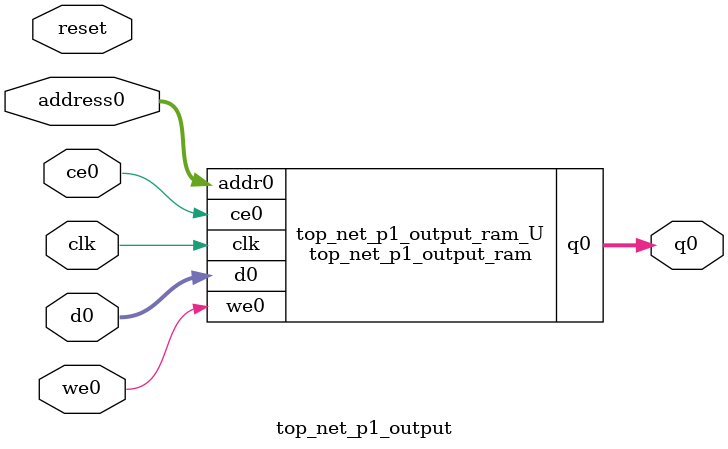
<source format=v>
`timescale 1 ns / 1 ps
module top_net_p1_output_ram (addr0, ce0, d0, we0, q0,  clk);

parameter DWIDTH = 32;
parameter AWIDTH = 11;
parameter MEM_SIZE = 1176;

input[AWIDTH-1:0] addr0;
input ce0;
input[DWIDTH-1:0] d0;
input we0;
output reg[DWIDTH-1:0] q0;
input clk;

(* ram_style = "block" *)reg [DWIDTH-1:0] ram[0:MEM_SIZE-1];




always @(posedge clk)  
begin 
    if (ce0) 
    begin
        if (we0) 
        begin 
            ram[addr0] <= d0; 
        end 
        q0 <= ram[addr0];
    end
end


endmodule

`timescale 1 ns / 1 ps
module top_net_p1_output(
    reset,
    clk,
    address0,
    ce0,
    we0,
    d0,
    q0);

parameter DataWidth = 32'd32;
parameter AddressRange = 32'd1176;
parameter AddressWidth = 32'd11;
input reset;
input clk;
input[AddressWidth - 1:0] address0;
input ce0;
input we0;
input[DataWidth - 1:0] d0;
output[DataWidth - 1:0] q0;



top_net_p1_output_ram top_net_p1_output_ram_U(
    .clk( clk ),
    .addr0( address0 ),
    .ce0( ce0 ),
    .we0( we0 ),
    .d0( d0 ),
    .q0( q0 ));

endmodule


</source>
